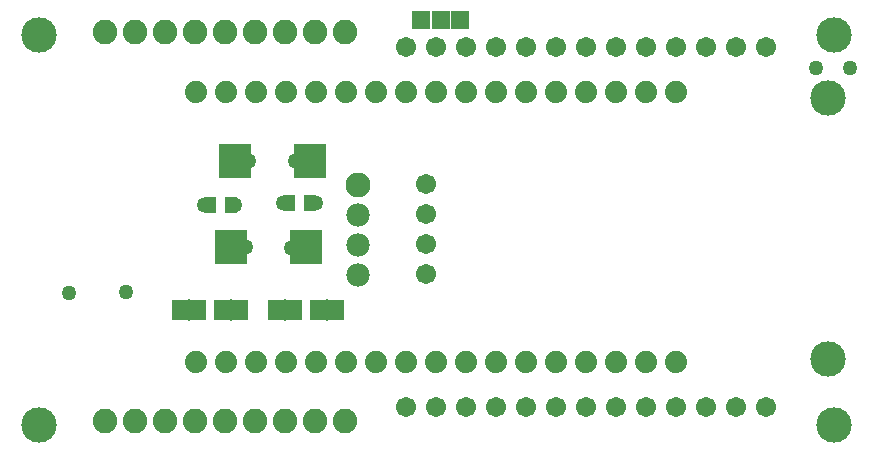
<source format=gbr>
G04 EAGLE Gerber RS-274X export*
G75*
%MOMM*%
%FSLAX34Y34*%
%LPD*%
%INSoldermask Top*%
%IPPOS*%
%AMOC8*
5,1,8,0,0,1.08239X$1,22.5*%
G01*
%ADD10C,3.003200*%
%ADD11C,1.981200*%
%ADD12C,2.103200*%
%ADD13R,2.753200X2.903200*%
%ADD14R,1.003200X1.403200*%
%ADD15C,1.711200*%
%ADD16R,1.603200X1.603200*%
%ADD17R,1.371600X1.803400*%
%ADD18R,0.152400X1.828800*%
%ADD19C,1.879600*%
%ADD20C,2.082800*%
%ADD21C,1.259600*%


D10*
X695960Y82550D03*
X695960Y303530D03*
X701040Y356870D03*
X701040Y26670D03*
X27940Y356870D03*
X27940Y26670D03*
D11*
X298450Y153670D03*
X298450Y179070D03*
X298450Y204470D03*
D12*
X298450Y229870D03*
D13*
X253950Y177800D03*
X190550Y177800D03*
D14*
X190610Y213360D03*
X172610Y213360D03*
D15*
X643890Y346710D03*
X618490Y346710D03*
X593090Y346710D03*
X567690Y346710D03*
X542290Y346710D03*
X516890Y346710D03*
X491490Y346710D03*
X466090Y346710D03*
X440690Y346710D03*
X415290Y346710D03*
X389890Y346710D03*
X364490Y346710D03*
X339090Y346710D03*
X339090Y41910D03*
X364490Y41910D03*
X389890Y41910D03*
X415290Y41910D03*
X440690Y41910D03*
X466090Y41910D03*
X491490Y41910D03*
X516890Y41910D03*
X542290Y41910D03*
X567690Y41910D03*
X593090Y41910D03*
X618490Y41910D03*
X643890Y41910D03*
D16*
X384810Y369570D03*
X368300Y369570D03*
X351790Y369570D03*
D13*
X194360Y250190D03*
X257760Y250190D03*
D14*
X257920Y214630D03*
X239920Y214630D03*
D15*
X355600Y231140D03*
X355600Y205740D03*
X355600Y180340D03*
X355600Y154940D03*
D17*
X147320Y124460D03*
X162560Y124460D03*
D18*
X154940Y124460D03*
D17*
X264160Y124460D03*
X279400Y124460D03*
D18*
X271780Y124460D03*
D17*
X228600Y124460D03*
X243840Y124460D03*
D18*
X236220Y124460D03*
D17*
X182880Y124460D03*
X198120Y124460D03*
D18*
X190500Y124460D03*
D19*
X567690Y308610D03*
X542290Y308610D03*
X516890Y308610D03*
X491490Y308610D03*
X466090Y308610D03*
X440690Y308610D03*
X415290Y308610D03*
X389890Y308610D03*
X364490Y308610D03*
X339090Y308610D03*
X313690Y308610D03*
X288290Y308610D03*
X262890Y308610D03*
X237490Y308610D03*
X212090Y308610D03*
X186690Y308610D03*
X161290Y308610D03*
X161290Y80010D03*
X186690Y80010D03*
X212090Y80010D03*
X237490Y80010D03*
X262890Y80010D03*
X288290Y80010D03*
X313690Y80010D03*
X339090Y80010D03*
X364490Y80010D03*
X389890Y80010D03*
X415290Y80010D03*
X440690Y80010D03*
X466090Y80010D03*
X491490Y80010D03*
X516890Y80010D03*
X542290Y80010D03*
X567690Y80010D03*
D20*
X83820Y30480D03*
X109220Y30480D03*
X134620Y30480D03*
X160020Y30480D03*
X185420Y30480D03*
X210820Y30480D03*
X236220Y30480D03*
X261620Y30480D03*
X287020Y30480D03*
X83820Y359410D03*
X109220Y359410D03*
X134620Y359410D03*
X160020Y359410D03*
X185420Y359410D03*
X210820Y359410D03*
X236220Y359410D03*
X261620Y359410D03*
X287020Y359410D03*
D21*
X715010Y328930D03*
X205740Y250190D03*
X167640Y213360D03*
X234950Y214630D03*
X241300Y176530D03*
X101600Y139700D03*
X194310Y213360D03*
X203200Y177800D03*
X685800Y328930D03*
X245110Y250190D03*
X262890Y214630D03*
X53340Y138430D03*
M02*

</source>
